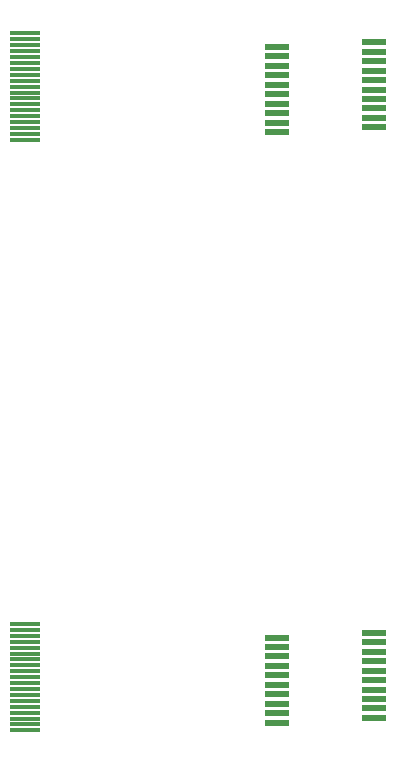
<source format=gtp>
%FSLAX46Y46*%
%MOMM*%
%AMPS10*
21,1,0.500000,2.000000,0.000000,0.000000,90.000000*
%
%ADD10PS10*%
%AMPS11*
21,1,0.500000,2.000000,0.000000,0.000000,270.000000*
%
%ADD11PS11*%
%AMPS12*
21,1,0.300000,2.600000,0.000000,0.000000,270.000000*
%
%ADD12PS12*%
G01*
%LPD*%
G01*
%LPD*%
G75*
D10*
X40790000Y69662500D03*
D10*
X40790000Y68862500D03*
D11*
X32590000Y71662500D03*
D11*
X32590000Y68462500D03*
D11*
X32590000Y70062500D03*
D10*
X40790000Y72862500D03*
D10*
X40790000Y73662500D03*
D10*
X40790000Y67262500D03*
D11*
X32590000Y73262500D03*
D10*
X40790000Y72062500D03*
D10*
X40790000Y70462500D03*
D11*
X32590000Y70862500D03*
D11*
X32590000Y69262500D03*
D11*
X32590000Y67662500D03*
D11*
X32590000Y72462500D03*
D10*
X40790000Y74462500D03*
D10*
X40790000Y71262500D03*
D10*
X40790000Y68062500D03*
D11*
X32590000Y66862500D03*
D11*
X32590000Y74062500D03*
D12*
X11220000Y69207500D03*
D12*
X11220000Y74707500D03*
D12*
X11220000Y66207500D03*
D12*
X11220000Y66707500D03*
D12*
X11220000Y67207500D03*
D12*
X11220000Y72207500D03*
D12*
X11220000Y71707500D03*
D12*
X11220000Y73707500D03*
D12*
X11220000Y70207500D03*
D12*
X11220000Y68707500D03*
D12*
X11220000Y67707500D03*
D12*
X11220000Y71207500D03*
D12*
X11220000Y72707500D03*
D12*
X11220000Y75207500D03*
D12*
X11220000Y69707500D03*
D12*
X11220000Y70707500D03*
D12*
X11220000Y68207500D03*
D12*
X11220000Y74207500D03*
D12*
X11220000Y73207500D03*
D10*
X40790000Y19662500D03*
D10*
X40790000Y18862500D03*
D11*
X32590000Y21662500D03*
D11*
X32590000Y18462500D03*
D11*
X32590000Y20062500D03*
D10*
X40790000Y22862500D03*
D10*
X40790000Y23662500D03*
D10*
X40790000Y17262500D03*
D11*
X32590000Y23262500D03*
D10*
X40790000Y22062500D03*
D10*
X40790000Y20462500D03*
D11*
X32590000Y20862500D03*
D11*
X32590000Y19262500D03*
D11*
X32590000Y17662500D03*
D11*
X32590000Y22462500D03*
D10*
X40790000Y24462500D03*
D10*
X40790000Y21262500D03*
D10*
X40790000Y18062500D03*
D11*
X32590000Y16862500D03*
D11*
X32590000Y24062500D03*
D12*
X11220000Y19207500D03*
D12*
X11220000Y24707500D03*
D12*
X11220000Y16207500D03*
D12*
X11220000Y16707500D03*
D12*
X11220000Y17207500D03*
D12*
X11220000Y22207500D03*
D12*
X11220000Y21707500D03*
D12*
X11220000Y23707500D03*
D12*
X11220000Y20207500D03*
D12*
X11220000Y18707500D03*
D12*
X11220000Y17707500D03*
D12*
X11220000Y21207500D03*
D12*
X11220000Y22707500D03*
D12*
X11220000Y25207500D03*
D12*
X11220000Y19707500D03*
D12*
X11220000Y20707500D03*
D12*
X11220000Y18207500D03*
D12*
X11220000Y24207500D03*
D12*
X11220000Y23207500D03*
M02*

</source>
